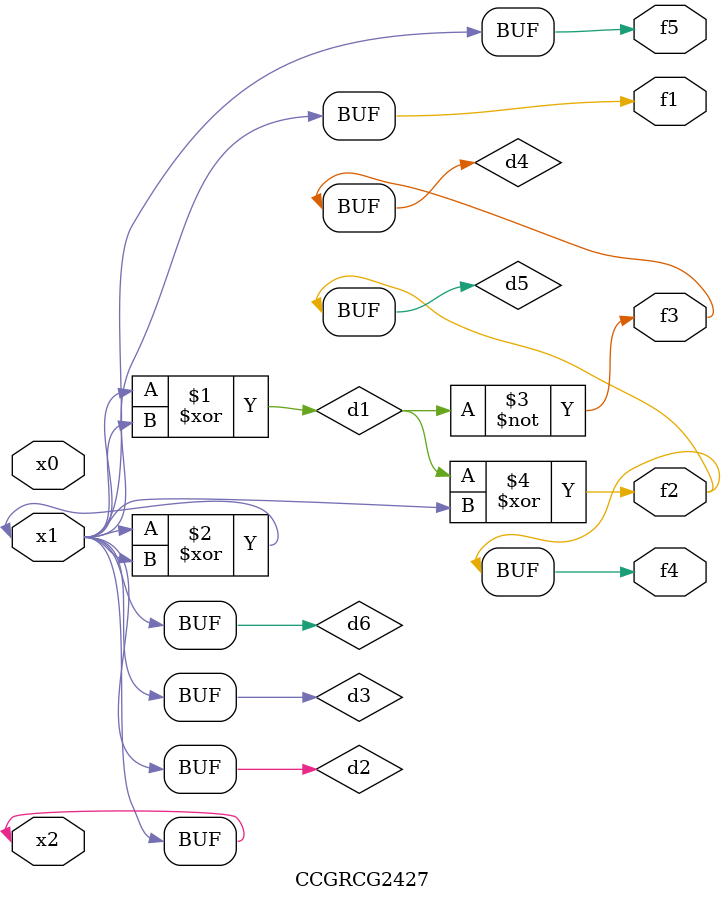
<source format=v>
module CCGRCG2427(
	input x0, x1, x2,
	output f1, f2, f3, f4, f5
);

	wire d1, d2, d3, d4, d5, d6;

	xor (d1, x1, x2);
	buf (d2, x1, x2);
	xor (d3, x1, x2);
	nor (d4, d1);
	xor (d5, d1, d2);
	buf (d6, d2, d3);
	assign f1 = d6;
	assign f2 = d5;
	assign f3 = d4;
	assign f4 = d5;
	assign f5 = d6;
endmodule

</source>
